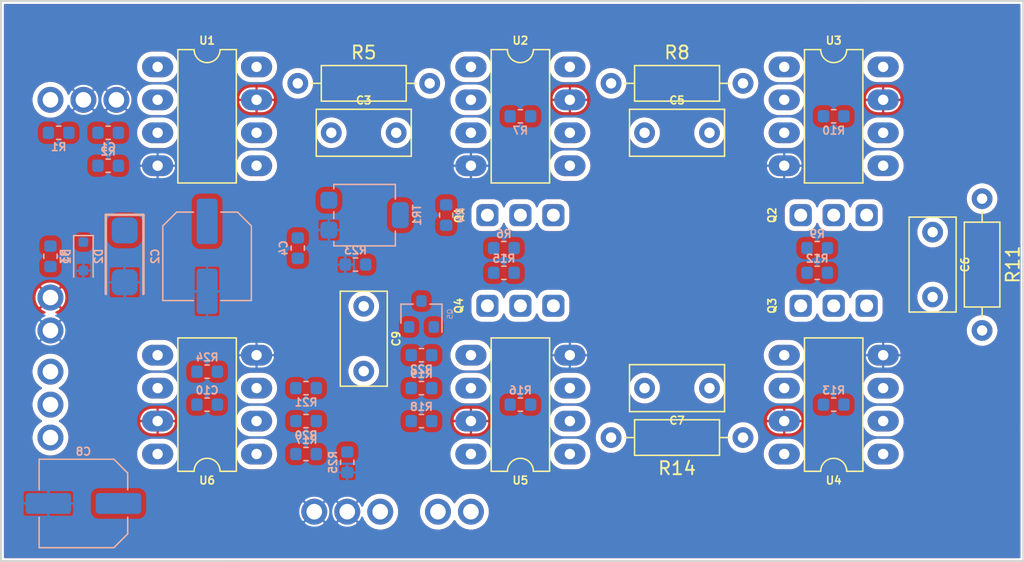
<source format=kicad_pcb>
(kicad_pcb (version 20171130) (host pcbnew "(5.0.2)-1")
  (layers (0 F.Cu signal) (31 B.Cu signal) (34 B.Paste user) (35 F.Paste user) (36 B.SilkS user) (37 F.SilkS user) (38 B.Mask user) (39 F.Mask user) (44 Edge.Cuts user))
  (net 0 "")
  (net 1 "Net-(Q5-Pad1)")
  (net 2 VREF)
  (net 3 "Net-(C9-Pad1)")
  (net 4 "Net-(C5-Pad1)")
  (net 5 "Net-(R10-Pad1)")
  (net 6 "Net-(C6-Pad2)")
  (net 7 "Net-(C1-Pad1)")
  (net 8 "Net-(C1-Pad2)")
  (net 9 +9.0VDC)
  (net 10 "Net-(R4-Pad2)")
  (net 11 VBIAS)
  (net 12 "Net-(C3-Pad1)")
  (net 13 "Net-(R5-Pad2)")
  (net 14 "Net-(C3-Pad2)")
  (net 15 "Net-(R16-Pad2)")
  (net 16 "Net-(R14-Pad2)")
  (net 17 "Net-(C5-Pad2)")
  (net 18 "Net-(C6-Pad1)")
  (net 19 "Net-(R11-Pad2)")
  (net 20 "Net-(C7-Pad1)")
  (net 21 "Net-(C7-Pad2)")
  (net 22 "Net-(C8-Pad1)")
  (net 23 "Net-(C10-Pad1)")
  (net 24 "Net-(R21-Pad1)")
  (net 25 GND)
  (net 26 "Net-(C10-Pad2)")
  (net 27 "Net-(U1-Pad8)")
  (net 28 "Net-(U1-Pad5)")
  (net 29 "Net-(U1-Pad1)")
  (net 30 "Net-(U4-Pad8)")
  (net 31 "Net-(U4-Pad5)")
  (net 32 "Net-(U4-Pad1)")
  (net 33 "Net-(R18-Pad1)")
  (net 34 "Net-(U2-Pad8)")
  (net 35 "Net-(U2-Pad5)")
  (net 36 "Net-(U2-Pad1)")
  (net 37 "Net-(U3-Pad1)")
  (net 38 "Net-(U3-Pad5)")
  (net 39 "Net-(U3-Pad8)")
  (net 40 "Net-(U5-Pad1)")
  (net 41 "Net-(U5-Pad5)")
  (net 42 "Net-(U5-Pad8)")
  (net 43 "Net-(U6-Pad8)")
  (net 44 "Net-(U6-Pad5)")
  (net 45 "Net-(U6-Pad1)")
  (net 46 "Net-(J2-Pad1)")
  (net 47 "Net-(C9-Pad2)")
  (module SA_Connectors_Wire:Wire_Pad_2x_1.2mm_Hole_2.0_Annular_2.54mm_Pitch (layer F.Cu) (at 177.8 137.16 270)
    (fp_text reference J1 hide)
    (fp_text value Conn_01x02 hide)
    (pad 1 thru_hole circle (at -1.27 0 270) (size 2 2) (drill 1.2) (layers *.Cu *.Mask) (net 9 +9.0VDC))
    (pad 2 thru_hole circle (at 1.27 0 270) (size 2 2) (drill 1.2) (layers *.Cu *.Mask) (net 25 GND))
  )
  (module SA_Connectors_Wire:Wire_Pad_3x_1.2mm_Hole_2.0_Annular_2.54mm_Pitch (layer F.Cu) (at 180.34 120.65)
    (fp_text reference J2 hide)
    (fp_text value Conn_01x03 hide)
    (pad 3 thru_hole circle (at 2.54 0) (size 2 2) (drill 1.2) (layers *.Cu *.Mask) (net 25 GND))
    (pad 2 thru_hole circle (at 0 0) (size 2 2) (drill 1.2) (layers *.Cu *.Mask) (net 25 GND))
    (pad 1 thru_hole circle (at -2.54 0) (size 2 2) (drill 1.2) (layers *.Cu *.Mask) (net 46 "Net-(J2-Pad1)"))
  )
  (module SA_Connectors_Wire:Wire_Pad_3x_1.2mm_Hole_2.0_Annular_2.54mm_Pitch (layer F.Cu) (at 200.66 152.4 180)
    (fp_text reference J3 hide)
    (fp_text value Conn_01x03 hide)
    (pad 1 thru_hole circle (at -2.54 0 180) (size 2 2) (drill 1.2) (layers *.Cu *.Mask) (net 47 "Net-(C9-Pad2)"))
    (pad 2 thru_hole circle (at 0 0 180) (size 2 2) (drill 1.2) (layers *.Cu *.Mask) (net 25 GND))
    (pad 3 thru_hole circle (at 2.54 0 180) (size 2 2) (drill 1.2) (layers *.Cu *.Mask) (net 25 GND))
  )
  (module SA_Capacitors_SMD:C_0603_1608M (layer B.Cu) (at 182.245 123.19)
    (fp_text reference C1 (at 0 1.1) (layer B.SilkS) (effects (font (size 0.6 0.6) (thickness 0.127)) (justify mirror)))
    (fp_text value 10n)
    (fp_line (start -0.162779 0.51) (end 0.162779 0.51) (layer B.SilkS) (width 0.12))
    (fp_line (start -0.162779 -0.51) (end 0.162779 -0.51) (layer B.SilkS) (width 0.12))
    (pad 1 smd roundrect (at -0.7875 0) (size 0.875 0.95) (layers B.Cu B.Paste B.Mask) (net 7 "Net-(C1-Pad1)"))
    (pad 2 smd roundrect (at 0.7875 0) (size 0.875 0.95) (layers B.Cu B.Paste B.Mask) (net 8 "Net-(C1-Pad2)"))
  )
  (module SA_Capacitors_SMD:C_0603_1608M (layer B.Cu) (at 196.85 132.08 270)
    (fp_text reference C4 (at 0 1.1 270) (layer B.SilkS) (effects (font (size 0.6 0.6) (thickness 0.127)) (justify mirror)))
    (fp_text value 47n)
    (fp_line (start -0.162779 -0.51) (end 0.162779 -0.51) (layer B.SilkS) (width 0.12))
    (fp_line (start -0.162779 0.51) (end 0.162779 0.51) (layer B.SilkS) (width 0.12))
    (pad 2 smd roundrect (at 0.7875 0 270) (size 0.875 0.95) (layers B.Cu B.Paste B.Mask) (net 11 VBIAS))
    (pad 1 smd roundrect (at -0.7875 0 270) (size 0.875 0.95) (layers B.Cu B.Paste B.Mask) (net 2 VREF))
  )
  (module SA_Capacitors_SMD:C_0603_1608M (layer B.Cu) (at 189.865 144.145 180)
    (fp_text reference C10 (at 0 1.1 180) (layer B.SilkS) (effects (font (size 0.6 0.6) (thickness 0.127)) (justify mirror)))
    (fp_text value 10n)
    (fp_line (start -0.162779 0.51) (end 0.162779 0.51) (layer B.SilkS) (width 0.12))
    (fp_line (start -0.162779 -0.51) (end 0.162779 -0.51) (layer B.SilkS) (width 0.12))
    (pad 1 smd roundrect (at -0.7875 0 180) (size 0.875 0.95) (layers B.Cu B.Paste B.Mask) (net 23 "Net-(C10-Pad1)"))
    (pad 2 smd roundrect (at 0.7875 0 180) (size 0.875 0.95) (layers B.Cu B.Paste B.Mask) (net 26 "Net-(C10-Pad2)"))
  )
  (module SA_Capacitors_SMD:Nichicon_UWT1V220MCL1GB_22uF_35V_6.3x5.4mm (layer B.Cu) (at 189.865 132.715 270)
    (fp_text reference C2 (at 0 4 270) (layer B.SilkS) (effects (font (size 0.6 0.6) (thickness 0.127)) (justify mirror)))
    (fp_text value 15u)
    (fp_line (start -3.41 -2.345563) (end -2.345563 -3.41) (layer B.SilkS) (width 0.12))
    (fp_line (start -3.41 2.345563) (end -2.345563 3.41) (layer B.SilkS) (width 0.12))
    (fp_line (start -3.41 2.345563) (end -3.41 1.06) (layer B.SilkS) (width 0.12))
    (fp_line (start -3.41 -2.345563) (end -3.41 -1.06) (layer B.SilkS) (width 0.12))
    (fp_line (start -2.345563 -3.41) (end 3.41 -3.41) (layer B.SilkS) (width 0.12))
    (fp_line (start -2.345563 3.41) (end 3.41 3.41) (layer B.SilkS) (width 0.12))
    (fp_line (start 3.41 3.41) (end 3.41 1.06) (layer B.SilkS) (width 0.12))
    (fp_line (start 3.41 -3.41) (end 3.41 -1.06) (layer B.SilkS) (width 0.12))
    (pad 2 smd roundrect (at 2.7 0 270) (size 3.5 1.6) (layers B.Cu B.Paste B.Mask) (roundrect_rratio 0.15625) (net 25 GND))
    (pad 1 smd roundrect (at -2.7 0 270) (size 3.5 1.6) (layers B.Cu B.Paste B.Mask) (roundrect_rratio 0.15625) (net 2 VREF))
  )
  (module SA_Capacitors_SMD:Nichicon_UWT1V220MCL1GB_22uF_35V_6.3x5.4mm (layer B.Cu) (at 180.34 151.765 180)
    (fp_text reference C8 (at 0 4 180) (layer B.SilkS) (effects (font (size 0.6 0.6) (thickness 0.127)) (justify mirror)))
    (fp_text value 15u)
    (fp_line (start 3.41 -3.41) (end 3.41 -1.06) (layer B.SilkS) (width 0.12))
    (fp_line (start 3.41 3.41) (end 3.41 1.06) (layer B.SilkS) (width 0.12))
    (fp_line (start -2.345563 3.41) (end 3.41 3.41) (layer B.SilkS) (width 0.12))
    (fp_line (start -2.345563 -3.41) (end 3.41 -3.41) (layer B.SilkS) (width 0.12))
    (fp_line (start -3.41 -2.345563) (end -3.41 -1.06) (layer B.SilkS) (width 0.12))
    (fp_line (start -3.41 2.345563) (end -3.41 1.06) (layer B.SilkS) (width 0.12))
    (fp_line (start -3.41 2.345563) (end -2.345563 3.41) (layer B.SilkS) (width 0.12))
    (fp_line (start -3.41 -2.345563) (end -2.345563 -3.41) (layer B.SilkS) (width 0.12))
    (pad 1 smd roundrect (at -2.7 0 180) (size 3.5 1.6) (layers B.Cu B.Paste B.Mask) (roundrect_rratio 0.15625) (net 22 "Net-(C8-Pad1)"))
    (pad 2 smd roundrect (at 2.7 0 180) (size 3.5 1.6) (layers B.Cu B.Paste B.Mask) (roundrect_rratio 0.15625) (net 25 GND))
  )
  (module SA_Capacitors_THT:Wima_MKS2F024701C00KSSD_47nF_250V_L7.2_W3.5_H8.5_P5.0 (layer F.Cu) (at 226.06 142.875 180)
    (fp_text reference C7 (at 0 -2.5 180) (layer F.SilkS) (effects (font (size 0.6 0.6) (thickness 0.127))))
    (fp_text value 47n)
    (fp_line (start -3.66 -1.81) (end 3.66 -1.81) (layer F.SilkS) (width 0.12))
    (fp_line (start -3.66 1.81) (end 3.66 1.81) (layer F.SilkS) (width 0.12))
    (fp_line (start -3.66 -1.81) (end -3.66 1.81) (layer F.SilkS) (width 0.12))
    (fp_line (start 3.66 -1.81) (end 3.66 1.81) (layer F.SilkS) (width 0.12))
    (pad 1 thru_hole circle (at -2.5 0 180) (size 1.6 1.6) (drill 0.8) (layers *.Cu *.Mask) (net 20 "Net-(C7-Pad1)"))
    (pad 2 thru_hole circle (at 2.5 0 180) (size 1.6 1.6) (drill 0.8) (layers *.Cu *.Mask) (net 21 "Net-(C7-Pad2)"))
  )
  (module SA_Capacitors_THT:Wima_MKS2F024701C00KSSD_47nF_250V_L7.2_W3.5_H8.5_P5.0 (layer F.Cu) (at 226.06 123.19)
    (fp_text reference C5 (at 0 -2.5) (layer F.SilkS) (effects (font (size 0.6 0.6) (thickness 0.127))))
    (fp_text value 47n)
    (fp_line (start 3.66 -1.81) (end 3.66 1.81) (layer F.SilkS) (width 0.12))
    (fp_line (start -3.66 -1.81) (end -3.66 1.81) (layer F.SilkS) (width 0.12))
    (fp_line (start -3.66 1.81) (end 3.66 1.81) (layer F.SilkS) (width 0.12))
    (fp_line (start -3.66 -1.81) (end 3.66 -1.81) (layer F.SilkS) (width 0.12))
    (pad 2 thru_hole circle (at 2.5 0) (size 1.6 1.6) (drill 0.8) (layers *.Cu *.Mask) (net 17 "Net-(C5-Pad2)"))
    (pad 1 thru_hole circle (at -2.5 0) (size 1.6 1.6) (drill 0.8) (layers *.Cu *.Mask) (net 4 "Net-(C5-Pad1)"))
  )
  (module SA_Capacitors_THT:Wima_MKS2F024701C00KSSD_47nF_250V_L7.2_W3.5_H8.5_P5.0 (layer F.Cu) (at 245.745 133.35 270)
    (fp_text reference C6 (at 0 -2.5 270) (layer F.SilkS) (effects (font (size 0.6 0.6) (thickness 0.127))))
    (fp_text value 47n)
    (fp_line (start -3.66 -1.81) (end 3.66 -1.81) (layer F.SilkS) (width 0.12))
    (fp_line (start -3.66 1.81) (end 3.66 1.81) (layer F.SilkS) (width 0.12))
    (fp_line (start -3.66 -1.81) (end -3.66 1.81) (layer F.SilkS) (width 0.12))
    (fp_line (start 3.66 -1.81) (end 3.66 1.81) (layer F.SilkS) (width 0.12))
    (pad 1 thru_hole circle (at -2.5 0 270) (size 1.6 1.6) (drill 0.8) (layers *.Cu *.Mask) (net 18 "Net-(C6-Pad1)"))
    (pad 2 thru_hole circle (at 2.5 0 270) (size 1.6 1.6) (drill 0.8) (layers *.Cu *.Mask) (net 6 "Net-(C6-Pad2)"))
  )
  (module SA_Capacitors_THT:Wima_MKS2F024701C00KSSD_47nF_250V_L7.2_W3.5_H8.5_P5.0 (layer F.Cu) (at 201.93 139.065 270)
    (fp_text reference C9 (at 0 -2.5 270) (layer F.SilkS) (effects (font (size 0.6 0.6) (thickness 0.127))))
    (fp_text value 47n)
    (fp_line (start 3.66 -1.81) (end 3.66 1.81) (layer F.SilkS) (width 0.12))
    (fp_line (start -3.66 -1.81) (end -3.66 1.81) (layer F.SilkS) (width 0.12))
    (fp_line (start -3.66 1.81) (end 3.66 1.81) (layer F.SilkS) (width 0.12))
    (fp_line (start -3.66 -1.81) (end 3.66 -1.81) (layer F.SilkS) (width 0.12))
    (pad 2 thru_hole circle (at 2.5 0 270) (size 1.6 1.6) (drill 0.8) (layers *.Cu *.Mask) (net 47 "Net-(C9-Pad2)"))
    (pad 1 thru_hole circle (at -2.5 0 270) (size 1.6 1.6) (drill 0.8) (layers *.Cu *.Mask) (net 3 "Net-(C9-Pad1)"))
  )
  (module SA_Capacitors_THT:Wima_MKS2F024701C00KSSD_47nF_250V_L7.2_W3.5_H8.5_P5.0 (layer F.Cu) (at 201.93 123.19)
    (fp_text reference C3 (at 0 -2.5) (layer F.SilkS) (effects (font (size 0.6 0.6) (thickness 0.127))))
    (fp_text value 47n)
    (fp_line (start -3.66 -1.81) (end 3.66 -1.81) (layer F.SilkS) (width 0.12))
    (fp_line (start -3.66 1.81) (end 3.66 1.81) (layer F.SilkS) (width 0.12))
    (fp_line (start -3.66 -1.81) (end -3.66 1.81) (layer F.SilkS) (width 0.12))
    (fp_line (start 3.66 -1.81) (end 3.66 1.81) (layer F.SilkS) (width 0.12))
    (pad 1 thru_hole circle (at -2.5 0) (size 1.6 1.6) (drill 0.8) (layers *.Cu *.Mask) (net 12 "Net-(C3-Pad1)"))
    (pad 2 thru_hole circle (at 2.5 0) (size 1.6 1.6) (drill 0.8) (layers *.Cu *.Mask) (net 14 "Net-(C3-Pad2)"))
  )
  (module SA_Connectors_Pin_Sockets_THT:PinSocket_01x03_P2.54mm (layer F.Cu) (at 213.995 136.525 90)
    (fp_text reference Q4 (at 0 -4.74 90) (layer F.SilkS) (effects (font (size 0.6 0.6) (thickness 0.127))))
    (fp_text value ON_Semi_MMBF5457_SOT-23-3)
    (pad 3 thru_hole roundrect (at 0 2.54 90) (size 1.7 1.7) (drill 1) (layers *.Cu *.Mask) (net 11 VBIAS))
    (pad 2 thru_hole roundrect (at 0 0 90) (size 1.7 1.7) (drill 1) (layers *.Cu *.Mask) (net 21 "Net-(C7-Pad2)"))
    (pad 1 thru_hole roundrect (at 0 -2.54 90) (size 1.7 1.7) (drill 1) (layers *.Cu *.Mask) (net 2 VREF))
  )
  (module SA_Connectors_Pin_Sockets_THT:PinSocket_01x03_P2.54mm (layer F.Cu) (at 238.125 129.54 90)
    (fp_text reference Q2 (at 0 -4.74 90) (layer F.SilkS) (effects (font (size 0.6 0.6) (thickness 0.127))))
    (fp_text value ON_Semi_MMBF5457_SOT-23-3)
    (pad 1 thru_hole roundrect (at 0 -2.54 90) (size 1.7 1.7) (drill 1) (layers *.Cu *.Mask) (net 2 VREF))
    (pad 2 thru_hole roundrect (at 0 0 90) (size 1.7 1.7) (drill 1) (layers *.Cu *.Mask) (net 17 "Net-(C5-Pad2)"))
    (pad 3 thru_hole roundrect (at 0 2.54 90) (size 1.7 1.7) (drill 1) (layers *.Cu *.Mask) (net 11 VBIAS))
  )
  (module SA_Connectors_Pin_Sockets_THT:PinSocket_01x03_P2.54mm (layer F.Cu) (at 213.995 129.54 90)
    (fp_text reference Q1 (at 0 -4.74 90) (layer F.SilkS) (effects (font (size 0.6 0.6) (thickness 0.127))))
    (fp_text value ON_Semi_MMBF5457_SOT-23-3)
    (pad 3 thru_hole roundrect (at 0 2.54 90) (size 1.7 1.7) (drill 1) (layers *.Cu *.Mask) (net 11 VBIAS))
    (pad 2 thru_hole roundrect (at 0 0 90) (size 1.7 1.7) (drill 1) (layers *.Cu *.Mask) (net 14 "Net-(C3-Pad2)"))
    (pad 1 thru_hole roundrect (at 0 -2.54 90) (size 1.7 1.7) (drill 1) (layers *.Cu *.Mask) (net 2 VREF))
  )
  (module SA_Connectors_Pin_Sockets_THT:PinSocket_01x03_P2.54mm (layer F.Cu) (at 238.125 136.525 90)
    (fp_text reference Q3 (at 0 -4.74 90) (layer F.SilkS) (effects (font (size 0.6 0.6) (thickness 0.127))))
    (fp_text value ON_Semi_MMBF5457_SOT-23-3)
    (pad 1 thru_hole roundrect (at 0 -2.54 90) (size 1.7 1.7) (drill 1) (layers *.Cu *.Mask) (net 2 VREF))
    (pad 2 thru_hole roundrect (at 0 0 90) (size 1.7 1.7) (drill 1) (layers *.Cu *.Mask) (net 6 "Net-(C6-Pad2)"))
    (pad 3 thru_hole roundrect (at 0 2.54 90) (size 1.7 1.7) (drill 1) (layers *.Cu *.Mask) (net 11 VBIAS))
  )
  (module SA_Connectors_Wire:Wire_Pad_2x_1.2mm_Hole_2.0_Annular_2.54mm_Pitch (layer F.Cu) (at 208.915 152.4 180)
    (fp_text reference SW1 hide)
    (fp_text value SW_SPST hide)
    (pad 1 thru_hole circle (at -1.27 0 180) (size 2 2) (drill 1.2) (layers *.Cu *.Mask) (net 12 "Net-(C3-Pad1)"))
    (pad 2 thru_hole circle (at 1.27 0 180) (size 2 2) (drill 1.2) (layers *.Cu *.Mask) (net 33 "Net-(R18-Pad1)"))
  )
  (module SA_Connectors_Wire:Wire_Pad_3x_1.2mm_Hole_2.0_Annular_2.54mm_Pitch (layer F.Cu) (at 177.8 144.145 90)
    (fp_text reference RV1 hide)
    (fp_text value 500k hide)
    (pad 1 thru_hole circle (at -2.54 0 90) (size 2 2) (drill 1.2) (layers *.Cu *.Mask) (net 22 "Net-(C8-Pad1)"))
    (pad 2 thru_hole circle (at 0 0 90) (size 2 2) (drill 1.2) (layers *.Cu *.Mask) (net 22 "Net-(C8-Pad1)"))
    (pad 3 thru_hole circle (at 2.54 0 90) (size 2 2) (drill 1.2) (layers *.Cu *.Mask) (net 26 "Net-(C10-Pad2)"))
  )
  (module SA_Diodes_SMD:ON_Semi_1N4148WS_SOD-323F-2 (layer B.Cu) (at 180.34 132.715 270)
    (fp_text reference D1 (at 0 1.3 270) (layer B.SilkS) (effects (font (size 0.6 0.6) (thickness 0.127)) (justify mirror)))
    (fp_text value ON_Semi_1N4148WS)
    (fp_line (start -1.6 0.75) (end 1.6 0.75) (layer B.SilkS) (width 0.12))
    (fp_line (start -1.6 -0.75) (end 1.6 -0.75) (layer B.SilkS) (width 0.12))
    (fp_line (start -1.6 0.75) (end -1.6 -0.75) (layer B.SilkS) (width 0.12))
    (pad 2 smd roundrect (at 1.1 0 270) (size 0.75 0.75) (layers B.Cu B.Paste B.Mask) (net 25 GND))
    (pad 1 smd roundrect (at -1.1 0 270) (size 0.75 0.75) (layers B.Cu B.Paste B.Mask) (net 2 VREF))
  )
  (module SA_Diodes_SMD:ON_Semi_1SMA5918BT3G_SMA_DO-214AC (layer B.Cu) (at 183.515 132.715 270)
    (fp_text reference D2 (at 0 2 270) (layer B.SilkS) (effects (font (size 0.6 0.6) (thickness 0.127)) (justify mirror)))
    (fp_text value ON_Semi_1SMA5918BT3G)
    (fp_line (start -3.2 1.45) (end 2.9 1.45) (layer B.SilkS) (width 0.2))
    (fp_line (start -3.2 -1.45) (end 2.9 -1.45) (layer B.SilkS) (width 0.2))
    (fp_line (start -3.2 1.45) (end -3.2 -1.45) (layer B.SilkS) (width 0.2))
    (pad 2 smd roundrect (at 2 0 270) (size 2 2) (layers B.Cu B.Paste B.Mask) (net 25 GND))
    (pad 1 smd roundrect (at -2 0 270) (size 2 2) (layers B.Cu B.Paste B.Mask) (net 2 VREF))
  )
  (module SA_Packages:DIP-8_W7.62mm_Socketed (layer F.Cu) (at 193.675 147.955 180)
    (fp_text reference U6 (at 3.81 -2.032 180) (layer F.SilkS) (effects (font (size 0.6 0.6) (thickness 0.127))))
    (fp_text value TL061)
    (fp_line (start 6.06 -1.33) (end 4.81 -1.33) (layer F.SilkS) (width 0.12))
    (fp_line (start 6.06 8.95) (end 6.06 -1.33) (layer F.SilkS) (width 0.12))
    (fp_line (start 1.56 8.95) (end 6.06 8.95) (layer F.SilkS) (width 0.12))
    (fp_line (start 1.56 -1.33) (end 1.56 8.95) (layer F.SilkS) (width 0.12))
    (fp_line (start 2.81 -1.33) (end 1.56 -1.33) (layer F.SilkS) (width 0.12))
    (fp_arc (start 3.81 -1.33) (end 2.81 -1.33) (angle -180) (layer F.SilkS) (width 0.12))
    (pad 8 thru_hole oval (at 7.62 0 180) (size 2.4 1.6) (drill 0.8) (layers *.Cu *.Mask) (net 43 "Net-(U6-Pad8)"))
    (pad 4 thru_hole oval (at 0 7.62 180) (size 2.4 1.6) (drill 0.8) (layers *.Cu *.Mask) (net 25 GND))
    (pad 7 thru_hole oval (at 7.62 2.54 180) (size 2.4 1.6) (drill 0.8) (layers *.Cu *.Mask) (net 9 +9.0VDC))
    (pad 3 thru_hole oval (at 0 5.08 180) (size 2.4 1.6) (drill 0.8) (layers *.Cu *.Mask) (net 24 "Net-(R21-Pad1)"))
    (pad 6 thru_hole oval (at 7.62 5.08 180) (size 2.4 1.6) (drill 0.8) (layers *.Cu *.Mask) (net 26 "Net-(C10-Pad2)"))
    (pad 2 thru_hole oval (at 0 2.54 180) (size 2.4 1.6) (drill 0.8) (layers *.Cu *.Mask) (net 23 "Net-(C10-Pad1)"))
    (pad 5 thru_hole oval (at 7.62 7.62 180) (size 2.4 1.6) (drill 0.8) (layers *.Cu *.Mask) (net 44 "Net-(U6-Pad5)"))
    (pad 1 thru_hole oval (at 0 0 180) (size 2.4 1.6) (drill 0.8) (layers *.Cu *.Mask) (net 45 "Net-(U6-Pad1)"))
  )
  (module SA_Packages:DIP-8_W7.62mm_Socketed (layer F.Cu) (at 217.805 147.955 180)
    (fp_text reference U5 (at 3.81 -2.032 180) (layer F.SilkS) (effects (font (size 0.6 0.6) (thickness 0.127))))
    (fp_text value TL061)
    (fp_arc (start 3.81 -1.33) (end 2.81 -1.33) (angle -180) (layer F.SilkS) (width 0.12))
    (fp_line (start 2.81 -1.33) (end 1.56 -1.33) (layer F.SilkS) (width 0.12))
    (fp_line (start 1.56 -1.33) (end 1.56 8.95) (layer F.SilkS) (width 0.12))
    (fp_line (start 1.56 8.95) (end 6.06 8.95) (layer F.SilkS) (width 0.12))
    (fp_line (start 6.06 8.95) (end 6.06 -1.33) (layer F.SilkS) (width 0.12))
    (fp_line (start 6.06 -1.33) (end 4.81 -1.33) (layer F.SilkS) (width 0.12))
    (pad 1 thru_hole oval (at 0 0 180) (size 2.4 1.6) (drill 0.8) (layers *.Cu *.Mask) (net 40 "Net-(U5-Pad1)"))
    (pad 5 thru_hole oval (at 7.62 7.62 180) (size 2.4 1.6) (drill 0.8) (layers *.Cu *.Mask) (net 41 "Net-(U5-Pad5)"))
    (pad 2 thru_hole oval (at 0 2.54 180) (size 2.4 1.6) (drill 0.8) (layers *.Cu *.Mask) (net 16 "Net-(R14-Pad2)"))
    (pad 6 thru_hole oval (at 7.62 5.08 180) (size 2.4 1.6) (drill 0.8) (layers *.Cu *.Mask) (net 15 "Net-(R16-Pad2)"))
    (pad 3 thru_hole oval (at 0 5.08 180) (size 2.4 1.6) (drill 0.8) (layers *.Cu *.Mask) (net 21 "Net-(C7-Pad2)"))
    (pad 7 thru_hole oval (at 7.62 2.54 180) (size 2.4 1.6) (drill 0.8) (layers *.Cu *.Mask) (net 9 +9.0VDC))
    (pad 4 thru_hole oval (at 0 7.62 180) (size 2.4 1.6) (drill 0.8) (layers *.Cu *.Mask) (net 25 GND))
    (pad 8 thru_hole oval (at 7.62 0 180) (size 2.4 1.6) (drill 0.8) (layers *.Cu *.Mask) (net 42 "Net-(U5-Pad8)"))
  )
  (module SA_Packages:DIP-8_W7.62mm_Socketed (layer F.Cu) (at 241.935 147.955 180)
    (fp_text reference U4 (at 3.81 -2.032 180) (layer F.SilkS) (effects (font (size 0.6 0.6) (thickness 0.127))))
    (fp_text value TL061)
    (fp_line (start 6.06 -1.33) (end 4.81 -1.33) (layer F.SilkS) (width 0.12))
    (fp_line (start 6.06 8.95) (end 6.06 -1.33) (layer F.SilkS) (width 0.12))
    (fp_line (start 1.56 8.95) (end 6.06 8.95) (layer F.SilkS) (width 0.12))
    (fp_line (start 1.56 -1.33) (end 1.56 8.95) (layer F.SilkS) (width 0.12))
    (fp_line (start 2.81 -1.33) (end 1.56 -1.33) (layer F.SilkS) (width 0.12))
    (fp_arc (start 3.81 -1.33) (end 2.81 -1.33) (angle -180) (layer F.SilkS) (width 0.12))
    (pad 8 thru_hole oval (at 7.62 0 180) (size 2.4 1.6) (drill 0.8) (layers *.Cu *.Mask) (net 30 "Net-(U4-Pad8)"))
    (pad 4 thru_hole oval (at 0 7.62 180) (size 2.4 1.6) (drill 0.8) (layers *.Cu *.Mask) (net 25 GND))
    (pad 7 thru_hole oval (at 7.62 2.54 180) (size 2.4 1.6) (drill 0.8) (layers *.Cu *.Mask) (net 9 +9.0VDC))
    (pad 3 thru_hole oval (at 0 5.08 180) (size 2.4 1.6) (drill 0.8) (layers *.Cu *.Mask) (net 6 "Net-(C6-Pad2)"))
    (pad 6 thru_hole oval (at 7.62 5.08 180) (size 2.4 1.6) (drill 0.8) (layers *.Cu *.Mask) (net 20 "Net-(C7-Pad1)"))
    (pad 2 thru_hole oval (at 0 2.54 180) (size 2.4 1.6) (drill 0.8) (layers *.Cu *.Mask) (net 19 "Net-(R11-Pad2)"))
    (pad 5 thru_hole oval (at 7.62 7.62 180) (size 2.4 1.6) (drill 0.8) (layers *.Cu *.Mask) (net 31 "Net-(U4-Pad5)"))
    (pad 1 thru_hole oval (at 0 0 180) (size 2.4 1.6) (drill 0.8) (layers *.Cu *.Mask) (net 32 "Net-(U4-Pad1)"))
  )
  (module SA_Packages:DIP-8_W7.62mm_Socketed (layer F.Cu) (at 234.315 118.11)
    (fp_text reference U3 (at 3.81 -2.032) (layer F.SilkS) (effects (font (size 0.6 0.6) (thickness 0.127))))
    (fp_text value TL061)
    (fp_arc (start 3.81 -1.33) (end 2.81 -1.33) (angle -180) (layer F.SilkS) (width 0.12))
    (fp_line (start 2.81 -1.33) (end 1.56 -1.33) (layer F.SilkS) (width 0.12))
    (fp_line (start 1.56 -1.33) (end 1.56 8.95) (layer F.SilkS) (width 0.12))
    (fp_line (start 1.56 8.95) (end 6.06 8.95) (layer F.SilkS) (width 0.12))
    (fp_line (start 6.06 8.95) (end 6.06 -1.33) (layer F.SilkS) (width 0.12))
    (fp_line (start 6.06 -1.33) (end 4.81 -1.33) (layer F.SilkS) (width 0.12))
    (pad 1 thru_hole oval (at 0 0) (size 2.4 1.6) (drill 0.8) (layers *.Cu *.Mask) (net 37 "Net-(U3-Pad1)"))
    (pad 5 thru_hole oval (at 7.62 7.62) (size 2.4 1.6) (drill 0.8) (layers *.Cu *.Mask) (net 38 "Net-(U3-Pad5)"))
    (pad 2 thru_hole oval (at 0 2.54) (size 2.4 1.6) (drill 0.8) (layers *.Cu *.Mask) (net 5 "Net-(R10-Pad1)"))
    (pad 6 thru_hole oval (at 7.62 5.08) (size 2.4 1.6) (drill 0.8) (layers *.Cu *.Mask) (net 18 "Net-(C6-Pad1)"))
    (pad 3 thru_hole oval (at 0 5.08) (size 2.4 1.6) (drill 0.8) (layers *.Cu *.Mask) (net 17 "Net-(C5-Pad2)"))
    (pad 7 thru_hole oval (at 7.62 2.54) (size 2.4 1.6) (drill 0.8) (layers *.Cu *.Mask) (net 9 +9.0VDC))
    (pad 4 thru_hole oval (at 0 7.62) (size 2.4 1.6) (drill 0.8) (layers *.Cu *.Mask) (net 25 GND))
    (pad 8 thru_hole oval (at 7.62 0) (size 2.4 1.6) (drill 0.8) (layers *.Cu *.Mask) (net 39 "Net-(U3-Pad8)"))
  )
  (module SA_Packages:DIP-8_W7.62mm_Socketed (layer F.Cu) (at 210.185 118.11)
    (fp_text reference U2 (at 3.81 -2.032) (layer F.SilkS) (effects (font (size 0.6 0.6) (thickness 0.127))))
    (fp_text value TL061)
    (fp_line (start 6.06 -1.33) (end 4.81 -1.33) (layer F.SilkS) (width 0.12))
    (fp_line (start 6.06 8.95) (end 6.06 -1.33) (layer F.SilkS) (width 0.12))
    (fp_line (start 1.56 8.95) (end 6.06 8.95) (layer F.SilkS) (width 0.12))
    (fp_line (start 1.56 -1.33) (end 1.56 8.95) (layer F.SilkS) (width 0.12))
    (fp_line (start 2.81 -1.33) (end 1.56 -1.33) (layer F.SilkS) (width 0.12))
    (fp_arc (start 3.81 -1.33) (end 2.81 -1.33) (angle -180) (layer F.SilkS) (width 0.12))
    (pad 8 thru_hole oval (at 7.62 0) (size 2.4 1.6) (drill 0.8) (layers *.Cu *.Mask) (net 34 "Net-(U2-Pad8)"))
    (pad 4 thru_hole oval (at 0 7.62) (size 2.4 1.6) (drill 0.8) (layers *.Cu *.Mask) (net 25 GND))
    (pad 7 thru_hole oval (at 7.62 2.54) (size 2.4 1.6) (drill 0.8) (layers *.Cu *.Mask) (net 9 +9.0VDC))
    (pad 3 thru_hole oval (at 0 5.08) (size 2.4 1.6) (drill 0.8) (layers *.Cu *.Mask) (net 14 "Net-(C3-Pad2)"))
    (pad 6 thru_hole oval (at 7.62 5.08) (size 2.4 1.6) (drill 0.8) (layers *.Cu *.Mask) (net 4 "Net-(C5-Pad1)"))
    (pad 2 thru_hole oval (at 0 2.54) (size 2.4 1.6) (drill 0.8) (layers *.Cu *.Mask) (net 13 "Net-(R5-Pad2)"))
    (pad 5 thru_hole oval (at 7.62 7.62) (size 2.4 1.6) (drill 0.8) (layers *.Cu *.Mask) (net 35 "Net-(U2-Pad5)"))
    (pad 1 thru_hole oval (at 0 0) (size 2.4 1.6) (drill 0.8) (layers *.Cu *.Mask) (net 36 "Net-(U2-Pad1)"))
  )
  (module SA_Packages:DIP-8_W7.62mm_Socketed (layer F.Cu) (at 186.055 118.11)
    (fp_text reference U1 (at 3.81 -2.032) (layer F.SilkS) (effects (font (size 0.6 0.6) (thickness 0.127))))
    (fp_text value TL061)
    (fp_arc (start 3.81 -1.33) (end 2.81 -1.33) (angle -180) (layer F.SilkS) (width 0.12))
    (fp_line (start 2.81 -1.33) (end 1.56 -1.33) (layer F.SilkS) (width 0.12))
    (fp_line (start 1.56 -1.33) (end 1.56 8.95) (layer F.SilkS) (width 0.12))
    (fp_line (start 1.56 8.95) (end 6.06 8.95) (layer F.SilkS) (width 0.12))
    (fp_line (start 6.06 8.95) (end 6.06 -1.33) (layer F.SilkS) (width 0.12))
    (fp_line (start 6.06 -1.33) (end 4.81 -1.33) (layer F.SilkS) (width 0.12))
    (pad 1 thru_hole oval (at 0 0) (size 2.4 1.6) (drill 0.8) (layers *.Cu *.Mask) (net 29 "Net-(U1-Pad1)"))
    (pad 5 thru_hole oval (at 7.62 7.62) (size 2.4 1.6) (drill 0.8) (layers *.Cu *.Mask) (net 28 "Net-(U1-Pad5)"))
    (pad 2 thru_hole oval (at 0 2.54) (size 2.4 1.6) (drill 0.8) (layers *.Cu *.Mask) (net 12 "Net-(C3-Pad1)"))
    (pad 6 thru_hole oval (at 7.62 5.08) (size 2.4 1.6) (drill 0.8) (layers *.Cu *.Mask) (net 12 "Net-(C3-Pad1)"))
    (pad 3 thru_hole oval (at 0 5.08) (size 2.4 1.6) (drill 0.8) (layers *.Cu *.Mask) (net 8 "Net-(C1-Pad2)"))
    (pad 7 thru_hole oval (at 7.62 2.54) (size 2.4 1.6) (drill 0.8) (layers *.Cu *.Mask) (net 9 +9.0VDC))
    (pad 4 thru_hole oval (at 0 7.62) (size 2.4 1.6) (drill 0.8) (layers *.Cu *.Mask) (net 25 GND))
    (pad 8 thru_hole oval (at 7.62 0) (size 2.4 1.6) (drill 0.8) (layers *.Cu *.Mask) (net 27 "Net-(U1-Pad8)"))
  )
  (module SA_Potentiometers_SMD:Bourns_3314G-1-104E (layer B.Cu) (at 201.93 129.54 90)
    (fp_text reference TR1 (at 0 4.1 -90) (layer B.SilkS) (effects (font (size 0.6 0.6) (thickness 0.127)) (justify mirror)))
    (fp_text value 250k)
    (fp_line (start -2.04 -2.305) (end -2.37 -2.305) (layer B.SilkS) (width 0.12))
    (fp_line (start 2.37 -2.305) (end 2.039 -2.305) (layer B.SilkS) (width 0.12))
    (fp_line (start 0.259 -2.305) (end -0.26 -2.305) (layer B.SilkS) (width 0.12))
    (fp_line (start 2.37 2.435) (end 1.24 2.435) (layer B.SilkS) (width 0.12))
    (fp_line (start -1.24 2.435) (end -2.37 2.435) (layer B.SilkS) (width 0.12))
    (fp_line (start 2.37 -2.305) (end 2.37 2.435) (layer B.SilkS) (width 0.12))
    (fp_line (start -2.37 -2.305) (end -2.37 2.435) (layer B.SilkS) (width 0.12))
    (pad 3 smd roundrect (at -1.15 -2.685 270) (size 1.3 1.3) (layers B.Cu B.Paste B.Mask) (net 25 GND))
    (pad 2 smd roundrect (at 0 2.815 270) (size 2 1.3) (layers B.Cu B.Paste B.Mask) (net 10 "Net-(R4-Pad2)"))
    (pad 1 smd roundrect (at 1.15 -2.685 270) (size 1.3 1.3) (layers B.Cu B.Paste B.Mask) (net 2 VREF))
  )
  (module SA_Resistors_SMD:R_0603_1608M (layer B.Cu) (at 212.725 133.985 180)
    (fp_text reference R15 (at 0 1.1 180) (layer B.SilkS) (effects (font (size 0.6 0.6) (thickness 0.127)) (justify mirror)))
    (fp_text value 24k)
    (fp_line (start -0.162779 0.51) (end 0.162779 0.51) (layer B.SilkS) (width 0.12))
    (fp_line (start -0.162779 -0.51) (end 0.162779 -0.51) (layer B.SilkS) (width 0.12))
    (pad 1 smd roundrect (at -0.7875 0 180) (size 0.875 0.95) (layers B.Cu B.Paste B.Mask) (net 21 "Net-(C7-Pad2)"))
    (pad 2 smd roundrect (at 0.7875 0 180) (size 0.875 0.95) (layers B.Cu B.Paste B.Mask) (net 2 VREF))
  )
  (module SA_Resistors_SMD:R_0603_1608M (layer B.Cu) (at 197.485 147.955 180)
    (fp_text reference R17 (at 0 1.1 180) (layer B.SilkS) (effects (font (size 0.6 0.6) (thickness 0.127)) (justify mirror)))
    (fp_text value 3M9)
    (fp_line (start -0.162779 -0.51) (end 0.162779 -0.51) (layer B.SilkS) (width 0.12))
    (fp_line (start -0.162779 0.51) (end 0.162779 0.51) (layer B.SilkS) (width 0.12))
    (pad 2 smd roundrect (at 0.7875 0 180) (size 0.875 0.95) (layers B.Cu B.Paste B.Mask) (net 22 "Net-(C8-Pad1)"))
    (pad 1 smd roundrect (at -0.7875 0 180) (size 0.875 0.95) (layers B.Cu B.Paste B.Mask) (net 11 VBIAS))
  )
  (module SA_Resistors_SMD:R_0603_1608M (layer B.Cu) (at 206.375 145.415 180)
    (fp_text reference R18 (at 0 1.1 180) (layer B.SilkS) (effects (font (size 0.6 0.6) (thickness 0.127)) (justify mirror)))
    (fp_text value 150k)
    (fp_line (start -0.162779 0.51) (end 0.162779 0.51) (layer B.SilkS) (width 0.12))
    (fp_line (start -0.162779 -0.51) (end 0.162779 -0.51) (layer B.SilkS) (width 0.12))
    (pad 1 smd roundrect (at -0.7875 0 180) (size 0.875 0.95) (layers B.Cu B.Paste B.Mask) (net 33 "Net-(R18-Pad1)"))
    (pad 2 smd roundrect (at 0.7875 0 180) (size 0.875 0.95) (layers B.Cu B.Paste B.Mask) (net 1 "Net-(Q5-Pad1)"))
  )
  (module SA_Resistors_SMD:R_0603_1608M (layer B.Cu) (at 206.375 142.875 180)
    (fp_text reference R19 (at 0 1.1 180) (layer B.SilkS) (effects (font (size 0.6 0.6) (thickness 0.127)) (justify mirror)))
    (fp_text value 150k)
    (fp_line (start -0.162779 -0.51) (end 0.162779 -0.51) (layer B.SilkS) (width 0.12))
    (fp_line (start -0.162779 0.51) (end 0.162779 0.51) (layer B.SilkS) (width 0.12))
    (pad 2 smd roundrect (at 0.7875 0 180) (size 0.875 0.95) (layers B.Cu B.Paste B.Mask) (net 1 "Net-(Q5-Pad1)"))
    (pad 1 smd roundrect (at -0.7875 0 180) (size 0.875 0.95) (layers B.Cu B.Paste B.Mask) (net 15 "Net-(R16-Pad2)"))
  )
  (module SA_Resistors_SMD:R_0603_1608M (layer B.Cu) (at 197.485 145.415)
    (fp_text reference R20 (at 0 1.1) (layer B.SilkS) (effects (font (size 0.6 0.6) (thickness 0.127)) (justify mirror)))
    (fp_text value 150k)
    (fp_line (start -0.162779 0.51) (end 0.162779 0.51) (layer B.SilkS) (width 0.12))
    (fp_line (start -0.162779 -0.51) (end 0.162779 -0.51) (layer B.SilkS) (width 0.12))
    (pad 1 smd roundrect (at -0.7875 0) (size 0.875 0.95) (layers B.Cu B.Paste B.Mask) (net 23 "Net-(C10-Pad1)"))
    (pad 2 smd roundrect (at 0.7875 0) (size 0.875 0.95) (layers B.Cu B.Paste B.Mask) (net 22 "Net-(C8-Pad1)"))
  )
  (module SA_Resistors_SMD:R_0603_1608M (layer B.Cu) (at 197.485 142.875)
    (fp_text reference R21 (at 0 1.1) (layer B.SilkS) (effects (font (size 0.6 0.6) (thickness 0.127)) (justify mirror)))
    (fp_text value 150k)
    (fp_line (start -0.162779 -0.51) (end 0.162779 -0.51) (layer B.SilkS) (width 0.12))
    (fp_line (start -0.162779 0.51) (end 0.162779 0.51) (layer B.SilkS) (width 0.12))
    (pad 2 smd roundrect (at 0.7875 0) (size 0.875 0.95) (layers B.Cu B.Paste B.Mask) (net 2 VREF))
    (pad 1 smd roundrect (at -0.7875 0) (size 0.875 0.95) (layers B.Cu B.Paste B.Mask) (net 24 "Net-(R21-Pad1)"))
  )
  (module SA_Resistors_SMD:R_0603_1608M (layer B.Cu) (at 206.375 140.335)
    (fp_text reference R22 (at 0 1.1) (layer B.SilkS) (effects (font (size 0.6 0.6) (thickness 0.127)) (justify mirror)))
    (fp_text value 150k)
    (fp_line (start -0.162779 0.51) (end 0.162779 0.51) (layer B.SilkS) (width 0.12))
    (fp_line (start -0.162779 -0.51) (end 0.162779 -0.51) (layer B.SilkS) (width 0.12))
    (pad 1 smd roundrect (at -0.7875 0) (size 0.875 0.95) (layers B.Cu B.Paste B.Mask) (net 1 "Net-(Q5-Pad1)"))
    (pad 2 smd roundrect (at 0.7875 0) (size 0.875 0.95) (layers B.Cu B.Paste B.Mask) (net 3 "Net-(C9-Pad1)"))
  )
  (module SA_Resistors_SMD:R_0603_1608M (layer B.Cu) (at 201.295 133.35 180)
    (fp_text reference R23 (at 0 1.1 180) (layer B.SilkS) (effects (font (size 0.6 0.6) (thickness 0.127)) (justify mirror)))
    (fp_text value 56k)
    (fp_line (start -0.162779 -0.51) (end 0.162779 -0.51) (layer B.SilkS) (width 0.12))
    (fp_line (start -0.162779 0.51) (end 0.162779 0.51) (layer B.SilkS) (width 0.12))
    (pad 2 smd roundrect (at 0.7875 0 180) (size 0.875 0.95) (layers B.Cu B.Paste B.Mask) (net 25 GND))
    (pad 1 smd roundrect (at -0.7875 0 180) (size 0.875 0.95) (layers B.Cu B.Paste B.Mask) (net 3 "Net-(C9-Pad1)"))
  )
  (module SA_Resistors_SMD:R_0603_1608M (layer B.Cu) (at 200.66 148.59 270)
    (fp_text reference R25 (at 0 1.1 270) (layer B.SilkS) (effects (font (size 0.6 0.6) (thickness 0.127)) (justify mirror)))
    (fp_text value 150k)
    (fp_line (start -0.162779 0.51) (end 0.162779 0.51) (layer B.SilkS) (width 0.12))
    (fp_line (start -0.162779 -0.51) (end 0.162779 -0.51) (layer B.SilkS) (width 0.12))
    (pad 1 smd roundrect (at -0.7875 0 270) (size 0.875 0.95) (layers B.Cu B.Paste B.Mask) (net 47 "Net-(C9-Pad2)"))
    (pad 2 smd roundrect (at 0.7875 0 270) (size 0.875 0.95) (layers B.Cu B.Paste B.Mask) (net 25 GND))
  )
  (module SA_Resistors_SMD:R_0603_1608M (layer B.Cu) (at 238.125 144.145 180)
    (fp_text reference R13 (at 0 1.1 180) (layer B.SilkS) (effects (font (size 0.6 0.6) (thickness 0.127)) (justify mirror)))
    (fp_text value 10k)
    (fp_line (start -0.162779 -0.51) (end 0.162779 -0.51) (layer B.SilkS) (width 0.12))
    (fp_line (start -0.162779 0.51) (end 0.162779 0.51) (layer B.SilkS) (width 0.12))
    (pad 2 smd roundrect (at 0.7875 0 180) (size 0.875 0.95) (layers B.Cu B.Paste B.Mask) (net 20 "Net-(C7-Pad1)"))
    (pad 1 smd roundrect (at -0.7875 0 180) (size 0.875 0.95) (layers B.Cu B.Paste B.Mask) (net 19 "Net-(R11-Pad2)"))
  )
  (module SA_Resistors_SMD:R_0603_1608M (layer B.Cu) (at 189.865 141.605 180)
    (fp_text reference R24 (at 0 1.1 180) (layer B.SilkS) (effects (font (size 0.6 0.6) (thickness 0.127)) (justify mirror)))
    (fp_text value 470k)
    (fp_line (start -0.162779 0.51) (end 0.162779 0.51) (layer B.SilkS) (width 0.12))
    (fp_line (start -0.162779 -0.51) (end 0.162779 -0.51) (layer B.SilkS) (width 0.12))
    (pad 1 smd roundrect (at -0.7875 0 180) (size 0.875 0.95) (layers B.Cu B.Paste B.Mask) (net 24 "Net-(R21-Pad1)"))
    (pad 2 smd roundrect (at 0.7875 0 180) (size 0.875 0.95) (layers B.Cu B.Paste B.Mask) (net 26 "Net-(C10-Pad2)"))
  )
  (module SA_Resistors_SMD:R_0603_1608M (layer B.Cu) (at 178.435 123.19)
    (fp_text reference R1 (at 0 1.1) (layer B.SilkS) (effects (font (size 0.6 0.6) (thickness 0.127)) (justify mirror)))
    (fp_text value 10k)
    (fp_line (start -0.162779 -0.51) (end 0.162779 -0.51) (layer B.SilkS) (width 0.12))
    (fp_line (start -0.162779 0.51) (end 0.162779 0.51) (layer B.SilkS) (width 0.12))
    (pad 2 smd roundrect (at 0.7875 0) (size 0.875 0.95) (layers B.Cu B.Paste B.Mask) (net 7 "Net-(C1-Pad1)"))
    (pad 1 smd roundrect (at -0.7875 0) (size 0.875 0.95) (layers B.Cu B.Paste B.Mask) (net 46 "Net-(J2-Pad1)"))
  )
  (module SA_Resistors_SMD:R_0603_1608M (layer B.Cu) (at 236.855 133.985 180)
    (fp_text reference R12 (at 0 1.1 180) (layer B.SilkS) (effects (font (size 0.6 0.6) (thickness 0.127)) (justify mirror)))
    (fp_text value 24k)
    (fp_line (start -0.162779 0.51) (end 0.162779 0.51) (layer B.SilkS) (width 0.12))
    (fp_line (start -0.162779 -0.51) (end 0.162779 -0.51) (layer B.SilkS) (width 0.12))
    (pad 1 smd roundrect (at -0.7875 0 180) (size 0.875 0.95) (layers B.Cu B.Paste B.Mask) (net 6 "Net-(C6-Pad2)"))
    (pad 2 smd roundrect (at 0.7875 0 180) (size 0.875 0.95) (layers B.Cu B.Paste B.Mask) (net 2 VREF))
  )
  (module SA_Resistors_SMD:R_0603_1608M (layer B.Cu) (at 238.125 121.92)
    (fp_text reference R10 (at 0 1.1) (layer B.SilkS) (effects (font (size 0.6 0.6) (thickness 0.127)) (justify mirror)))
    (fp_text value 10k)
    (fp_line (start -0.162779 -0.51) (end 0.162779 -0.51) (layer B.SilkS) (width 0.12))
    (fp_line (start -0.162779 0.51) (end 0.162779 0.51) (layer B.SilkS) (width 0.12))
    (pad 2 smd roundrect (at 0.7875 0) (size 0.875 0.95) (layers B.Cu B.Paste B.Mask) (net 18 "Net-(C6-Pad1)"))
    (pad 1 smd roundrect (at -0.7875 0) (size 0.875 0.95) (layers B.Cu B.Paste B.Mask) (net 5 "Net-(R10-Pad1)"))
  )
  (module SA_Resistors_SMD:R_0603_1608M (layer B.Cu) (at 236.855 132.08 180)
    (fp_text reference R9 (at 0 1.1 180) (layer B.SilkS) (effects (font (size 0.6 0.6) (thickness 0.127)) (justify mirror)))
    (fp_text value 24k)
    (fp_line (start -0.162779 0.51) (end 0.162779 0.51) (layer B.SilkS) (width 0.12))
    (fp_line (start -0.162779 -0.51) (end 0.162779 -0.51) (layer B.SilkS) (width 0.12))
    (pad 1 smd roundrect (at -0.7875 0 180) (size 0.875 0.95) (layers B.Cu B.Paste B.Mask) (net 17 "Net-(C5-Pad2)"))
    (pad 2 smd roundrect (at 0.7875 0 180) (size 0.875 0.95) (layers B.Cu B.Paste B.Mask) (net 2 VREF))
  )
  (module SA_Resistors_SMD:R_0603_1608M (layer B.Cu) (at 213.995 144.145 180)
    (fp_text reference R16 (at 0 1.1 180) (layer B.SilkS) (effects (font (size 0.6 0.6) (thickness 0.127)) (justify mirror)))
    (fp_text value 10k)
    (fp_line (start -0.162779 -0.51) (end 0.162779 -0.51) (layer B.SilkS) (width 0.12))
    (fp_line (start -0.162779 0.51) (end 0.162779 0.51) (layer B.SilkS) (width 0.12))
    (pad 2 smd roundrect (at 0.7875 0 180) (size 0.875 0.95) (layers B.Cu B.Paste B.Mask) (net 15 "Net-(R16-Pad2)"))
    (pad 1 smd roundrect (at -0.7875 0 180) (size 0.875 0.95) (layers B.Cu B.Paste B.Mask) (net 16 "Net-(R14-Pad2)"))
  )
  (module SA_Resistors_SMD:R_0603_1608M (layer B.Cu) (at 213.995 121.92)
    (fp_text reference R7 (at 0 1.1) (layer B.SilkS) (effects (font (size 0.6 0.6) (thickness 0.127)) (justify mirror)))
    (fp_text value 10k)
    (fp_line (start -0.162779 0.51) (end 0.162779 0.51) (layer B.SilkS) (width 0.12))
    (fp_line (start -0.162779 -0.51) (end 0.162779 -0.51) (layer B.SilkS) (width 0.12))
    (pad 1 smd roundrect (at -0.7875 0) (size 0.875 0.95) (layers B.Cu B.Paste B.Mask) (net 13 "Net-(R5-Pad2)"))
    (pad 2 smd roundrect (at 0.7875 0) (size 0.875 0.95) (layers B.Cu B.Paste B.Mask) (net 4 "Net-(C5-Pad1)"))
  )
  (module SA_Resistors_SMD:R_0603_1608M (layer B.Cu) (at 212.725 132.08 180)
    (fp_text reference R6 (at 0 1.1 180) (layer B.SilkS) (effects (font (size 0.6 0.6) (thickness 0.127)) (justify mirror)))
    (fp_text value 24k)
    (fp_line (start -0.162779 -0.51) (end 0.162779 -0.51) (layer B.SilkS) (width 0.12))
    (fp_line (start -0.162779 0.51) (end 0.162779 0.51) (layer B.SilkS) (width 0.12))
    (pad 2 smd roundrect (at 0.7875 0 180) (size 0.875 0.95) (layers B.Cu B.Paste B.Mask) (net 2 VREF))
    (pad 1 smd roundrect (at -0.7875 0 180) (size 0.875 0.95) (layers B.Cu B.Paste B.Mask) (net 14 "Net-(C3-Pad2)"))
  )
  (module SA_Resistors_SMD:R_0603_1608M (layer B.Cu) (at 208.28 129.54 90)
    (fp_text reference R4 (at 0 1.1 90) (layer B.SilkS) (effects (font (size 0.6 0.6) (thickness 0.127)) (justify mirror)))
    (fp_text value 1M)
    (fp_line (start -0.162779 0.51) (end 0.162779 0.51) (layer B.SilkS) (width 0.12))
    (fp_line (start -0.162779 -0.51) (end 0.162779 -0.51) (layer B.SilkS) (width 0.12))
    (pad 1 smd roundrect (at -0.7875 0 90) (size 0.875 0.95) (layers B.Cu B.Paste B.Mask) (net 11 VBIAS))
    (pad 2 smd roundrect (at 0.7875 0 90) (size 0.875 0.95) (layers B.Cu B.Paste B.Mask) (net 10 "Net-(R4-Pad2)"))
  )
  (module SA_Resistors_SMD:R_0603_1608M (layer B.Cu) (at 177.8 132.715 90)
    (fp_text reference R3 (at 0 1.1 90) (layer B.SilkS) (effects (font (size 0.6 0.6) (thickness 0.127)) (justify mirror)))
    (fp_text value 10k)
    (fp_line (start -0.162779 -0.51) (end 0.162779 -0.51) (layer B.SilkS) (width 0.12))
    (fp_line (start -0.162779 0.51) (end 0.162779 0.51) (layer B.SilkS) (width 0.12))
    (pad 2 smd roundrect (at 0.7875 0 90) (size 0.875 0.95) (layers B.Cu B.Paste B.Mask) (net 2 VREF))
    (pad 1 smd roundrect (at -0.7875 0 90) (size 0.875 0.95) (layers B.Cu B.Paste B.Mask) (net 9 +9.0VDC))
  )
  (module SA_Resistors_SMD:R_0603_1608M (layer B.Cu) (at 182.245 125.73 180)
    (fp_text reference R2 (at 0 1.1 180) (layer B.SilkS) (effects (font (size 0.6 0.6) (thickness 0.127)) (justify mirror)))
    (fp_text value 470k)
    (fp_line (start -0.162779 0.51) (end 0.162779 0.51) (layer B.SilkS) (width 0.12))
    (fp_line (start -0.162779 -0.51) (end 0.162779 -0.51) (layer B.SilkS) (width 0.12))
    (pad 1 smd roundrect (at -0.7875 0 180) (size 0.875 0.95) (layers B.Cu B.Paste B.Mask) (net 8 "Net-(C1-Pad2)"))
    (pad 2 smd roundrect (at 0.7875 0 180) (size 0.875 0.95) (layers B.Cu B.Paste B.Mask) (net 2 VREF))
  )
  (module SA_Resistors_THT:R_Axial_DIN0207_L6.3mm_D2.5mm_P10.16mm_Horizontal (layer F.Cu) (at 226.06 146.685 180)
    (fp_text reference R14 (at 0 -2.37 180) (layer F.SilkS))
    (fp_text value 10k)
    (fp_line (start 4.04 0) (end 3.27 0) (layer F.SilkS) (width 0.12))
    (fp_line (start -4.04 0) (end -3.27 0) (layer F.SilkS) (width 0.12))
    (fp_line (start 3.27 -1.37) (end -3.27 -1.37) (layer F.SilkS) (width 0.12))
    (fp_line (start 3.27 1.37) (end 3.27 -1.37) (layer F.SilkS) (width 0.12))
    (fp_line (start -3.27 1.37) (end 3.27 1.37) (layer F.SilkS) (width 0.12))
    (fp_line (start -3.27 -1.37) (end -3.27 1.37) (layer F.SilkS) (width 0.12))
    (pad 2 thru_hole oval (at 5.08 0 180) (size 1.6 1.6) (drill 0.8) (layers *.Cu *.Mask) (net 16 "Net-(R14-Pad2)"))
    (pad 1 thru_hole circle (at -5.08 0 180) (size 1.6 1.6) (drill 0.8) (layers *.Cu *.Mask) (net 20 "Net-(C7-Pad1)"))
  )
  (module SA_Resistors_THT:R_Axial_DIN0207_L6.3mm_D2.5mm_P10.16mm_Horizontal (layer F.Cu) (at 249.555 133.35 270)
    (fp_text reference R11 (at 0 -2.37 270) (layer F.SilkS))
    (fp_text value 10k)
    (fp_line (start -3.27 -1.37) (end -3.27 1.37) (layer F.SilkS) (width 0.12))
    (fp_line (start -3.27 1.37) (end 3.27 1.37) (layer F.SilkS) (width 0.12))
    (fp_line (start 3.27 1.37) (end 3.27 -1.37) (layer F.SilkS) (width 0.12))
    (fp_line (start 3.27 -1.37) (end -3.27 -1.37) (layer F.SilkS) (width 0.12))
    (fp_line (start -4.04 0) (end -3.27 0) (layer F.SilkS) (width 0.12))
    (fp_line (start 4.04 0) (end 3.27 0) (layer F.SilkS) (width 0.12))
    (pad 1 thru_hole circle (at -5.08 0 270) (size 1.6 1.6) (drill 0.8) (layers *.Cu *.Mask) (net 18 "Net-(C6-Pad1)"))
    (pad 2 thru_hole oval (at 5.08 0 270) (size 1.6 1.6) (drill 0.8) (layers *.Cu *.Mask) (net 19 "Net-(R11-Pad2)"))
  )
  (module SA_Resistors_THT:R_Axial_DIN0207_L6.3mm_D2.5mm_P10.16mm_Horizontal (layer F.Cu) (at 201.93 119.38)
    (fp_text reference R5 (at 0 -2.37) (layer F.SilkS))
    (fp_text value 10k)
    (fp_line (start 4.04 0) (end 3.27 0) (layer F.SilkS) (width 0.12))
    (fp_line (start -4.04 0) (end -3.27 0) (layer F.SilkS) (width 0.12))
    (fp_line (start 3.27 -1.37) (end -3.27 -1.37) (layer F.SilkS) (width 0.12))
    (fp_line (start 3.27 1.37) (end 3.27 -1.37) (layer F.SilkS) (width 0.12))
    (fp_line (start -3.27 1.37) (end 3.27 1.37) (layer F.SilkS) (width 0.12))
    (fp_line (start -3.27 -1.37) (end -3.27 1.37) (layer F.SilkS) (width 0.12))
    (pad 2 thru_hole oval (at 5.08 0) (size 1.6 1.6) (drill 0.8) (layers *.Cu *.Mask) (net 13 "Net-(R5-Pad2)"))
    (pad 1 thru_hole circle (at -5.08 0) (size 1.6 1.6) (drill 0.8) (layers *.Cu *.Mask) (net 12 "Net-(C3-Pad1)"))
  )
  (module SA_Resistors_THT:R_Axial_DIN0207_L6.3mm_D2.5mm_P10.16mm_Horizontal (layer F.Cu) (at 226.06 119.38)
    (fp_text reference R8 (at 0 -2.37) (layer F.SilkS))
    (fp_text value 10k)
    (fp_line (start -3.27 -1.37) (end -3.27 1.37) (layer F.SilkS) (width 0.12))
    (fp_line (start -3.27 1.37) (end 3.27 1.37) (layer F.SilkS) (width 0.12))
    (fp_line (start 3.27 1.37) (end 3.27 -1.37) (layer F.SilkS) (width 0.12))
    (fp_line (start 3.27 -1.37) (end -3.27 -1.37) (layer F.SilkS) (width 0.12))
    (fp_line (start -4.04 0) (end -3.27 0) (layer F.SilkS) (width 0.12))
    (fp_line (start 4.04 0) (end 3.27 0) (layer F.SilkS) (width 0.12))
    (pad 1 thru_hole circle (at -5.08 0) (size 1.6 1.6) (drill 0.8) (layers *.Cu *.Mask) (net 4 "Net-(C5-Pad1)"))
    (pad 2 thru_hole oval (at 5.08 0) (size 1.6 1.6) (drill 0.8) (layers *.Cu *.Mask) (net 5 "Net-(R10-Pad1)"))
  )
  (module SA_Transistors_BJT_SMD:ON_Semi_SMMBT3906LT1G_SOT-23-3 (layer B.Cu) (at 206.375 137.16 90)
    (fp_text reference Q5 (at 0 2.2 90) (layer B.SilkS) (effects (font (size 0.4 0.4) (thickness 0.05)) (justify mirror)))
    (fp_text value ON_Semi_SMMBT3906LT1G)
    (fp_line (start 0.76 -1.58) (end 0.76 -0.65) (layer B.SilkS) (width 0.12))
    (fp_line (start 0.76 1.58) (end 0.76 0.65) (layer B.SilkS) (width 0.12))
    (fp_line (start 0.76 1.58) (end -1.4 1.58) (layer B.SilkS) (width 0.12))
    (fp_line (start 0.76 -1.58) (end -0.7 -1.58) (layer B.SilkS) (width 0.12))
    (pad 1 smd roundrect (at -1 0.95 90) (size 0.9 0.8) (layers B.Cu B.Paste B.Mask) (net 1 "Net-(Q5-Pad1)"))
    (pad 2 smd roundrect (at -1 -0.95 90) (size 0.9 0.8) (layers B.Cu B.Paste B.Mask) (net 2 VREF))
    (pad 3 smd roundrect (at 1 0 90) (size 0.9 0.8) (layers B.Cu B.Paste B.Mask) (net 3 "Net-(C9-Pad1)"))
  )
  (gr_line (start 173.99 113.03) (end 240.03 113.03) (layer Edge.Cuts) (width 0.15))
  (gr_line (start 173.99 123.19) (end 173.99 113.03) (layer Edge.Cuts) (width 0.15))
  (gr_line (start 173.99 156.21) (end 173.99 123.19) (layer Edge.Cuts) (width 0.15))
  (gr_line (start 191.77 156.21) (end 173.99 156.21) (layer Edge.Cuts) (width 0.15))
  (gr_line (start 252.73 156.21) (end 191.77 156.21) (layer Edge.Cuts) (width 0.15))
  (gr_line (start 252.73 146.05) (end 252.73 156.21) (layer Edge.Cuts) (width 0.15))
  (gr_line (start 252.73 113.03) (end 252.73 146.05) (layer Edge.Cuts) (width 0.15))
  (gr_line (start 240.03 113.03) (end 252.73 113.03) (layer Edge.Cuts) (width 0.15))
  (zone (net 25) (net_name GND) (layer B.Cu) (connect_pads (clearance 0.1524)) (min_thickness 0.1524) (fill yes (arc_segments 32) (thermal_gap 0.1524) (thermal_bridge_width 0.1778))
    (polygon (pts (xy 173.99 113.03) (xy 252.73 113.03) (xy 252.73 156.21) (xy 173.99 156.21)))
  )
  (zone (net 9) (net_name +9.0VDC) (layer F.Cu) (connect_pads (clearance 0.1524)) (min_thickness 0.1524) (fill yes (arc_segments 32) (thermal_gap 0.1524) (thermal_bridge_width 0.1778))
    (polygon (pts (xy 252.73 113.03) (xy 173.99 113.03) (xy 173.99 156.21) (xy 252.73 156.21)))
  )
)
</source>
